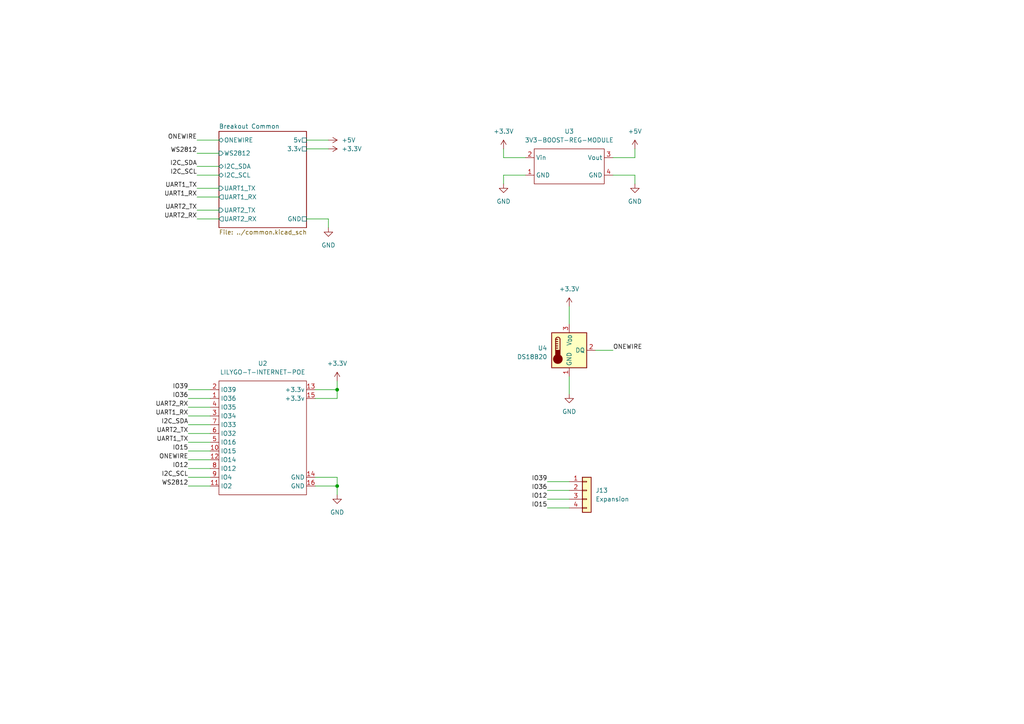
<source format=kicad_sch>
(kicad_sch (version 20230121) (generator eeschema)
  (paper "A4")
  (lib_symbols
    (symbol "Connector_Generic:Conn_01x04" (pin_names (offset 1.016) hide)
      (property "Reference" "J" (at 0 5.08 0))
      (property "Value" "Conn_01x04" (at 0 -7.62 0))
      (symbol "Conn_01x04_1_1"
        (rectangle (start -1.27 -4.953) (end 0 -5.207) (stroke (width 0.1524)))
        (rectangle (start -1.27 -2.413) (end 0 -2.667) (stroke (width 0.1524)))
        (rectangle (start -1.27 0.127) (end 0 -0.127) (stroke (width 0.1524)))
        (rectangle (start -1.27 2.667) (end 0 2.413) (stroke (width 0.1524)))
        (rectangle (start -1.27 3.81) (end 1.27 -6.35) (stroke (width 0.254)) (fill (type background)))
        (pin passive line (at -5.08 2.54 0) (length 3.81) (name "Pin_1") (number "1"))
        (pin passive line (at -5.08 0 0) (length 3.81) (name "Pin_2") (number "2"))
        (pin passive line (at -5.08 -2.54 0) (length 3.81) (name "Pin_3") (number "3"))
        (pin passive line (at -5.08 -5.08 0) (length 3.81) (name "Pin_4") (number "4"))
      )
    )
    (symbol "Sensor_Temperature:DS18B20"
      (property "Reference" "U" (at -3.81 6.35 0))
      (property "Value" "DS18B20" (at 6.35 6.35 0))
      (symbol "DS18B20_0_1"
        (rectangle (start -5.08 5.08) (end 5.08 -5.08) (stroke (width 0.254)) (fill (type background)))
        (circle (center -3.302 -2.54) (radius 1.27) (stroke (width 0.254)) (fill (type outline)))
        (rectangle (start -2.667 -1.905) (end -3.937 0) (stroke (width 0.254)) (fill (type outline)))
        (arc (start -2.667 3.175) (mid -3.302 3.8073) (end -3.937 3.175) (stroke (width 0.254)))
        (polyline (pts (xy -3.937 0.635) (xy -3.302 0.635)) (stroke (width 0.254)))
        (polyline (pts (xy -3.937 1.27) (xy -3.302 1.27)) (stroke (width 0.254)))
        (polyline (pts (xy -3.937 1.905) (xy -3.302 1.905)) (stroke (width 0.254)))
        (polyline (pts (xy -3.937 2.54) (xy -3.302 2.54)) (stroke (width 0.254)))
        (polyline (pts (xy -3.937 3.175) (xy -3.937 0)) (stroke (width 0.254)))
        (polyline (pts (xy -3.937 3.175) (xy -3.302 3.175)) (stroke (width 0.254)))
        (polyline (pts (xy -2.667 3.175) (xy -2.667 0)) (stroke (width 0.254)))
      )
      (symbol "DS18B20_1_1"
        (pin power_in line (at 0 -7.62 90) (length 2.54) (name "GND") (number "1"))
        (pin bidirectional line (at 7.62 0 180) (length 2.54) (name "DQ") (number "2"))
        (pin power_in line (at 0 7.62 270) (length 2.54) (name "V_{DD}") (number "3"))
      )
    )
    (symbol "esphome_devices:3V3-BOOST-REG-MODULE"
      (property "Reference" "U" (at -10.16 6.35 0))
      (property "Value" "3V3-BOOST-REG-MODULE" (at 0 -6.35 0))
      (symbol "3V3-BOOST-REG-MODULE_0_1"
        (rectangle (start -10.16 5.08) (end 10.16 -5.08))
      )
      (symbol "3V3-BOOST-REG-MODULE_1_1"
        (pin power_in line (at -12.7 -2.54 0) (length 2.54) (name "GND") (number "1"))
        (pin power_in line (at -12.7 2.54 0) (length 2.54) (name "Vin") (number "2"))
        (pin power_out line (at 12.7 2.54 180) (length 2.54) (name "Vout") (number "3"))
        (pin power_out line (at 12.7 -2.54 180) (length 2.54) (name "GND") (number "4"))
      )
    )
    (symbol "esphome_devices:LILYGO-T-INTERNET-POE"
      (property "Reference" "U" (at -12.7 17.78 0))
      (property "Value" "LILYGO-T-INTERNET-POE" (at 0 -17.78 0))
      (symbol "LILYGO-T-INTERNET-POE_0_1"
        (rectangle (start -12.7 16.51) (end 12.7 -16.51))
      )
      (symbol "LILYGO-T-INTERNET-POE_1_1"
        (pin bidirectional line (at -15.24 11.43 0) (length 2.54) (name "IO36") (number "1"))
        (pin bidirectional line (at -15.24 -3.81 0) (length 2.54) (name "IO15") (number "10"))
        (pin bidirectional line (at -15.24 -13.97 0) (length 2.54) (name "IO2") (number "11"))
        (pin bidirectional line (at -15.24 -6.35 0) (length 2.54) (name "IO14") (number "12"))
        (pin power_in line (at 15.24 13.97 180) (length 2.54) (name "+3.3v") (number "13"))
        (pin power_in line (at 15.24 -11.43 180) (length 2.54) (name "GND") (number "14"))
        (pin power_in line (at 15.24 11.43 180) (length 2.54) (name "+3.3v") (number "15"))
        (pin power_in line (at 15.24 -13.97 180) (length 2.54) (name "GND") (number "16"))
        (pin bidirectional line (at -15.24 13.97 0) (length 2.54) (name "IO39") (number "2"))
        (pin bidirectional line (at -15.24 6.35 0) (length 2.54) (name "IO34") (number "3"))
        (pin bidirectional line (at -15.24 8.89 0) (length 2.54) (name "IO35") (number "4"))
        (pin bidirectional line (at -15.24 -1.27 0) (length 2.54) (name "IO16") (number "5"))
        (pin bidirectional line (at -15.24 1.27 0) (length 2.54) (name "IO32") (number "6"))
        (pin bidirectional line (at -15.24 3.81 0) (length 2.54) (name "IO33") (number "7"))
        (pin bidirectional line (at -15.24 -8.89 0) (length 2.54) (name "IO12") (number "8"))
        (pin bidirectional line (at -15.24 -11.43 0) (length 2.54) (name "IO4") (number "9"))
      )
    )
    (symbol "power:+3.3V" (power) (pin_names (offset 0))
      (property "Value" "+3.3V" (at 0 3.556 0))
      (symbol "+3.3V_0_1"
        (polyline (pts (xy -0.762 1.27) (xy 0 2.54)))
        (polyline (pts (xy 0 0) (xy 0 2.54)))
        (polyline (pts (xy 0 2.54) (xy 0.762 1.27)))
      )
      (symbol "+3.3V_1_1"
        (pin power_in line (at 0 0 90) (length 0) hide (name "+3.3V") (number "1"))
      )
    )
    (symbol "power:+5V" (power) (pin_names (offset 0))
      (property "Value" "+5V" (at 0 3.556 0))
      (symbol "+5V_0_1"
        (polyline (pts (xy -0.762 1.27) (xy 0 2.54)))
        (polyline (pts (xy 0 0) (xy 0 2.54)))
        (polyline (pts (xy 0 2.54) (xy 0.762 1.27)))
      )
      (symbol "+5V_1_1"
        (pin power_in line (at 0 0 90) (length 0) hide (name "+5V") (number "1"))
      )
    )
    (symbol "power:GND" (power) (pin_names (offset 0))
      (property "Value" "GND" (at 0 -3.81 0))
      (symbol "GND_0_1"
        (polyline (pts (xy 0 0) (xy 0 -1.27) (xy 1.27 -1.27) (xy 0 -2.54) (xy -1.27 -1.27) (xy 0 -1.27)))
      )
      (symbol "GND_1_1"
        (pin power_in line (at 0 0 270) (length 0) hide (name "GND") (number "1"))
      )
    )
  )
  (junction (at 97.79 113.03))
  (junction (at 97.79 140.97))
  (wire (pts (xy 146.05 50.8) (xy 152.4 50.8)))
  (wire (pts (xy 54.61 140.97) (xy 60.96 140.97)))
  (wire (pts (xy 177.8 45.72) (xy 184.15 45.72)))
  (wire (pts (xy 95.25 63.5) (xy 95.25 66.04)))
  (wire (pts (xy 88.9 43.18) (xy 95.25 43.18)))
  (wire (pts (xy 158.75 144.78) (xy 165.1 144.78)))
  (wire (pts (xy 165.1 88.9) (xy 165.1 93.98)))
  (wire (pts (xy 184.15 50.8) (xy 184.15 53.34)))
  (wire (pts (xy 54.61 133.35) (xy 60.96 133.35)))
  (wire (pts (xy 97.79 113.03) (xy 97.79 110.49)))
  (wire (pts (xy 146.05 53.34) (xy 146.05 50.8)))
  (wire (pts (xy 177.8 50.8) (xy 184.15 50.8)))
  (wire (pts (xy 54.61 130.81) (xy 60.96 130.81)))
  (wire (pts (xy 97.79 138.43) (xy 97.79 140.97)))
  (wire (pts (xy 54.61 138.43) (xy 60.96 138.43)))
  (wire (pts (xy 57.15 54.61) (xy 63.5 54.61)))
  (wire (pts (xy 54.61 120.65) (xy 60.96 120.65)))
  (wire (pts (xy 54.61 125.73) (xy 60.96 125.73)))
  (wire (pts (xy 88.9 63.5) (xy 95.25 63.5)))
  (wire (pts (xy 91.44 138.43) (xy 97.79 138.43)))
  (wire (pts (xy 91.44 115.57) (xy 97.79 115.57)))
  (wire (pts (xy 57.15 60.96) (xy 63.5 60.96)))
  (wire (pts (xy 158.75 142.24) (xy 165.1 142.24)))
  (wire (pts (xy 91.44 113.03) (xy 97.79 113.03)))
  (wire (pts (xy 54.61 115.57) (xy 60.96 115.57)))
  (wire (pts (xy 57.15 50.8) (xy 63.5 50.8)))
  (wire (pts (xy 57.15 40.64) (xy 63.5 40.64)))
  (wire (pts (xy 158.75 139.7) (xy 165.1 139.7)))
  (wire (pts (xy 88.9 40.64) (xy 95.25 40.64)))
  (wire (pts (xy 54.61 113.03) (xy 60.96 113.03)))
  (wire (pts (xy 57.15 57.15) (xy 63.5 57.15)))
  (wire (pts (xy 146.05 45.72) (xy 152.4 45.72)))
  (wire (pts (xy 165.1 109.22) (xy 165.1 114.3)))
  (wire (pts (xy 184.15 45.72) (xy 184.15 43.18)))
  (wire (pts (xy 57.15 63.5) (xy 63.5 63.5)))
  (wire (pts (xy 54.61 135.89) (xy 60.96 135.89)))
  (wire (pts (xy 91.44 140.97) (xy 97.79 140.97)))
  (wire (pts (xy 54.61 128.27) (xy 60.96 128.27)))
  (wire (pts (xy 97.79 140.97) (xy 97.79 143.51)))
  (wire (pts (xy 54.61 118.11) (xy 60.96 118.11)))
  (wire (pts (xy 97.79 115.57) (xy 97.79 113.03)))
  (wire (pts (xy 146.05 43.18) (xy 146.05 45.72)))
  (wire (pts (xy 158.75 147.32) (xy 165.1 147.32)))
  (wire (pts (xy 172.72 101.6) (xy 177.8 101.6)))
  (wire (pts (xy 57.15 44.45) (xy 63.5 44.45)))
  (wire (pts (xy 54.61 123.19) (xy 60.96 123.19)))
  (wire (pts (xy 57.15 48.26) (xy 63.5 48.26)))
  (label "ONEWIRE" (at 57.15 40.64 180))
  (label "WS2812" (at 54.61 140.97 180))
  (label "UART1_RX" (at 57.15 57.15 180))
  (label "WS2812" (at 57.15 44.45 180))
  (label "IO39" (at 158.75 139.7 180))
  (label "UART2_TX" (at 57.15 60.96 180))
  (label "I2C_SCL" (at 57.15 50.8 180))
  (label "ONEWIRE" (at 177.8 101.6 0))
  (label "UART1_TX" (at 54.61 128.27 180))
  (label "IO15" (at 158.75 147.32 180))
  (label "IO15" (at 54.61 130.81 180))
  (label "I2C_SCL" (at 54.61 138.43 180))
  (label "UART2_RX" (at 57.15 63.5 180))
  (label "UART2_RX" (at 54.61 118.11 180))
  (label "UART2_TX" (at 54.61 125.73 180))
  (label "IO12" (at 54.61 135.89 180))
  (label "IO12" (at 158.75 144.78 180))
  (label "IO36" (at 158.75 142.24 180))
  (label "I2C_SDA" (at 57.15 48.26 180))
  (label "UART1_RX" (at 54.61 120.65 180))
  (label "IO36" (at 54.61 115.57 180))
  (label "I2C_SDA" (at 54.61 123.19 180))
  (label "ONEWIRE" (at 54.61 133.35 180))
  (label "UART1_TX" (at 57.15 54.61 180))
  (label "IO39" (at 54.61 113.03 180))
  (symbol (lib_id "power:GND") (at 95.25 66.04 0) (unit 1)
    (property "Reference" "#PWR03" (effects hide))
    (property "Value" "GND" (at 95.25 71.12 0))
  )
  (symbol (lib_id "power:+3.3V") (at 165.1 88.9 0) (unit 1)
    (property "Reference" "#PWR010" (effects hide))
    (property "Value" "+3.3V" (at 165.1 83.82 0))
  )
  (symbol (lib_id "power:+3.3V") (at 146.05 43.18 0) (unit 1)
    (property "Reference" "#PWR09" (effects hide))
    (property "Value" "+3.3V" (at 146.05 38.1 0))
  )
  (symbol (lib_id "power:GND") (at 165.1 114.3 0) (unit 1)
    (property "Reference" "#PWR011" (effects hide))
    (property "Value" "GND" (at 165.1 119.38 0))
  )
  (symbol (lib_id "power:+5V") (at 95.25 40.64 270) (unit 1)
    (property "Reference" "#PWR05" (effects hide))
    (property "Value" "+5V" (at 99.06 40.64 90) (effects (justify left)))
  )
  (symbol (lib_id "esphome_devices:3V3-BOOST-REG-MODULE") (at 165.1 48.26 0) (unit 1)
    (property "Reference" "U3" (at 165.1 38.1 0))
    (property "Value" "3V3-BOOST-REG-MODULE" (at 165.1 40.64 0))
    (property "Footprint" "esphome_devices:3V3-BOOST-REG-MODULE" (effects hide))
  )
  (symbol (lib_id "power:+5V") (at 184.15 43.18 0) (unit 1)
    (property "Reference" "#PWR08" (effects hide))
    (property "Value" "+5V" (at 184.15 38.1 0))
  )
  (symbol (lib_id "Connector_Generic:Conn_01x04") (at 170.18 142.24 0) (unit 1)
    (property "Reference" "J13" (at 172.72 142.24 0) (effects (justify left)))
    (property "Value" "Expansion" (at 172.72 144.78 0) (effects (justify left)))
    (property "Footprint" "Connector_PinHeader_2.54mm:PinHeader_1x04_P2.54mm_Vertical" (effects hide))
  )
  (symbol (lib_id "Sensor_Temperature:DS18B20") (at 165.1 101.6 0) (unit 1)
    (property "Reference" "U4" (at 158.75 100.965 0) (effects (justify right)))
    (property "Value" "DS18B20" (at 158.75 103.505 0) (effects (justify right)))
    (property "Footprint" "Package_TO_SOT_THT:TO-92_Inline" (effects hide))
    (property "Datasheet" "http://datasheets.maximintegrated.com/en/ds/DS18B20.pdf" (effects hide))
  )
  (symbol (lib_id "power:+3.3V") (at 97.79 110.49 0) (unit 1)
    (property "Reference" "#PWR02" (effects hide))
    (property "Value" "+3.3V" (at 97.79 105.41 0))
  )
  (symbol (lib_id "power:GND") (at 184.15 53.34 0) (unit 1)
    (property "Reference" "#PWR07" (effects hide))
    (property "Value" "GND" (at 184.15 58.42 0))
  )
  (symbol (lib_id "power:GND") (at 146.05 53.34 0) (unit 1)
    (property "Reference" "#PWR06" (effects hide))
    (property "Value" "GND" (at 146.05 58.42 0))
  )
  (symbol (lib_id "power:GND") (at 97.79 143.51 0) (unit 1)
    (property "Reference" "#PWR01" (effects hide))
    (property "Value" "GND" (at 97.79 148.59 0))
  )
  (symbol (lib_id "power:+3.3V") (at 95.25 43.18 270) (unit 1)
    (property "Reference" "#PWR04" (effects hide))
    (property "Value" "+3.3V" (at 99.06 43.18 90) (effects (justify left)))
  )
  (symbol (lib_id "esphome_devices:LILYGO-T-INTERNET-POE") (at 76.2 127 0) (unit 1)
    (property "Reference" "U2" (at 76.2 105.41 0))
    (property "Value" "LILYGO-T-INTERNET-POE" (at 76.2 107.95 0))
    (property "Footprint" "esphome_devices:LILYGO-T-INTERNET-POE" (effects hide))
  )
  (sheet (at 63.5 38.1) (size 25.4 27.94) (stroke (width 0.1524))
    (property "Sheetname" "Breakout Common" (at 63.5 37.3884 0) (effects (justify left bottom)))
    (property "Sheetfile" "../common.kicad_sch" (at 63.5 66.6246 0) (effects (justify left top)))
    (pin "ONEWIRE" bidirectional (at 63.5 40.64 180))
    (pin "3.3v" passive (at 88.9 43.18 0))
    (pin "GND" passive (at 88.9 63.5 0))
    (pin "UART1_TX" input (at 63.5 54.61 180))
    (pin "5v" passive (at 88.9 40.64 0))
    (pin "UART1_RX" output (at 63.5 57.15 180))
    (pin "UART2_TX" input (at 63.5 60.96 180))
    (pin "UART2_RX" output (at 63.5 63.5 180))
    (pin "I2C_SCL" bidirectional (at 63.5 50.8 180))
    (pin "I2C_SDA" bidirectional (at 63.5 48.26 180))
    (pin "WS2812" input (at 63.5 44.45 180))
  )
)
</source>
